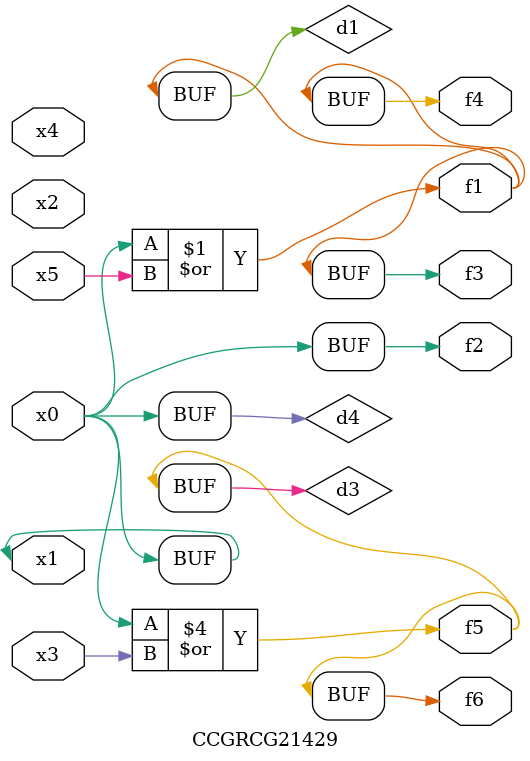
<source format=v>
module CCGRCG21429(
	input x0, x1, x2, x3, x4, x5,
	output f1, f2, f3, f4, f5, f6
);

	wire d1, d2, d3, d4;

	or (d1, x0, x5);
	xnor (d2, x1, x4);
	or (d3, x0, x3);
	buf (d4, x0, x1);
	assign f1 = d1;
	assign f2 = d4;
	assign f3 = d1;
	assign f4 = d1;
	assign f5 = d3;
	assign f6 = d3;
endmodule

</source>
